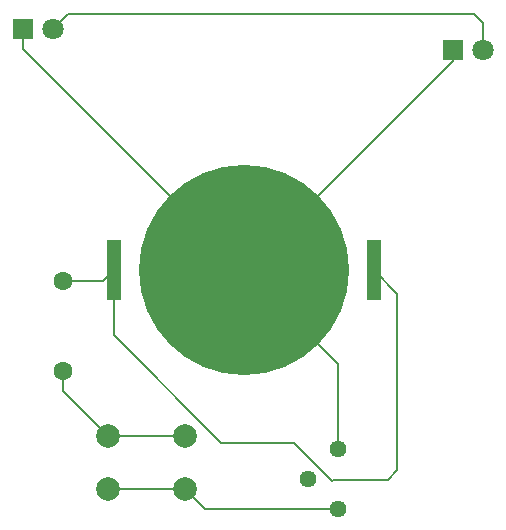
<source format=gbr>
%TF.GenerationSoftware,KiCad,Pcbnew,9.0.2*%
%TF.CreationDate,2025-05-23T21:21:04+05:30*%
%TF.ProjectId,transisted-v2,7472616e-7369-4737-9465-642d76322e6b,rev?*%
%TF.SameCoordinates,Original*%
%TF.FileFunction,Copper,L2,Bot*%
%TF.FilePolarity,Positive*%
%FSLAX46Y46*%
G04 Gerber Fmt 4.6, Leading zero omitted, Abs format (unit mm)*
G04 Created by KiCad (PCBNEW 9.0.2) date 2025-05-23 21:21:04*
%MOMM*%
%LPD*%
G01*
G04 APERTURE LIST*
%TA.AperFunction,ComponentPad*%
%ADD10R,1.800000X1.800000*%
%TD*%
%TA.AperFunction,ComponentPad*%
%ADD11C,1.800000*%
%TD*%
%TA.AperFunction,ComponentPad*%
%ADD12C,1.600000*%
%TD*%
%TA.AperFunction,ComponentPad*%
%ADD13C,2.000000*%
%TD*%
%TA.AperFunction,SMDPad,CuDef*%
%ADD14R,1.270000X5.080000*%
%TD*%
%TA.AperFunction,SMDPad,CuDef*%
%ADD15C,17.800000*%
%TD*%
%TA.AperFunction,ComponentPad*%
%ADD16C,1.440000*%
%TD*%
%TA.AperFunction,Conductor*%
%ADD17C,0.200000*%
%TD*%
G04 APERTURE END LIST*
D10*
%TO.P,D1,1,K*%
%TO.N,Net-(BT1--)*%
X128400000Y-89250000D03*
D11*
%TO.P,D1,2,A*%
%TO.N,Net-(D1-A)*%
X130940000Y-89250000D03*
%TD*%
D10*
%TO.P,D2,1,K*%
%TO.N,Net-(BT1--)*%
X164860000Y-91010000D03*
D11*
%TO.P,D2,2,A*%
%TO.N,Net-(D1-A)*%
X167400000Y-91010000D03*
%TD*%
D12*
%TO.P,R1,1*%
%TO.N,Net-(BT1-+)*%
X131800000Y-110570000D03*
%TO.P,R1,2*%
%TO.N,Net-(R1-Pad2)*%
X131800000Y-118190000D03*
%TD*%
D13*
%TO.P,SW1,1,1*%
%TO.N,Net-(R1-Pad2)*%
X142110000Y-123630000D03*
X135610000Y-123630000D03*
%TO.P,SW1,2,2*%
%TO.N,Net-(RV1-Pad1)*%
X142110000Y-128130000D03*
X135610000Y-128130000D03*
%TD*%
D14*
%TO.P,BT1,1,+*%
%TO.N,Net-(BT1-+)*%
X158105000Y-109640000D03*
X136135000Y-109640000D03*
D15*
%TO.P,BT1,2,-*%
%TO.N,Net-(BT1--)*%
X147120000Y-109640000D03*
%TD*%
D16*
%TO.P,RV1,1,1*%
%TO.N,Net-(RV1-Pad1)*%
X155090000Y-129840000D03*
%TO.P,RV1,2,2*%
%TO.N,unconnected-(RV1-Pad2)*%
X152550000Y-127300000D03*
%TO.P,RV1,3,3*%
%TO.N,Net-(BT1--)*%
X155090000Y-124760000D03*
%TD*%
D17*
%TO.N,Net-(BT1--)*%
X128400000Y-89250000D02*
X128400000Y-90920000D01*
X155090000Y-124760000D02*
X155090000Y-117610000D01*
X164860000Y-91900000D02*
X147120000Y-109640000D01*
X155090000Y-117610000D02*
X147120000Y-109640000D01*
X128400000Y-90920000D02*
X147120000Y-109640000D01*
X164860000Y-91010000D02*
X164860000Y-91900000D01*
%TO.N,Net-(BT1-+)*%
X154610000Y-127440000D02*
X151400000Y-124230000D01*
X131800000Y-110570000D02*
X135205000Y-110570000D01*
X135205000Y-110570000D02*
X136135000Y-109640000D01*
X154680000Y-127370000D02*
X154610000Y-127440000D01*
X136135000Y-115135000D02*
X136135000Y-109640000D01*
X160100000Y-126570000D02*
X159300000Y-127370000D01*
X159300000Y-127370000D02*
X154680000Y-127370000D01*
X151400000Y-124230000D02*
X145230000Y-124230000D01*
X145230000Y-124230000D02*
X136135000Y-115135000D01*
X158105000Y-109640000D02*
X160100000Y-111635000D01*
X160100000Y-111635000D02*
X160100000Y-126570000D01*
%TO.N,Net-(D1-A)*%
X166720000Y-88040000D02*
X167400000Y-88720000D01*
X167400000Y-88720000D02*
X167400000Y-91010000D01*
X130940000Y-89250000D02*
X132250000Y-87940000D01*
X132250000Y-87940000D02*
X166720000Y-87940000D01*
X166720000Y-87940000D02*
X166720000Y-88040000D01*
%TO.N,Net-(R1-Pad2)*%
X135610000Y-123630000D02*
X142110000Y-123630000D01*
X135610000Y-123630000D02*
X131800000Y-119820000D01*
X131800000Y-119820000D02*
X131800000Y-118190000D01*
%TO.N,Net-(RV1-Pad1)*%
X143820000Y-129840000D02*
X155090000Y-129840000D01*
X142110000Y-128130000D02*
X143820000Y-129840000D01*
X142110000Y-128130000D02*
X135610000Y-128130000D01*
%TD*%
M02*

</source>
